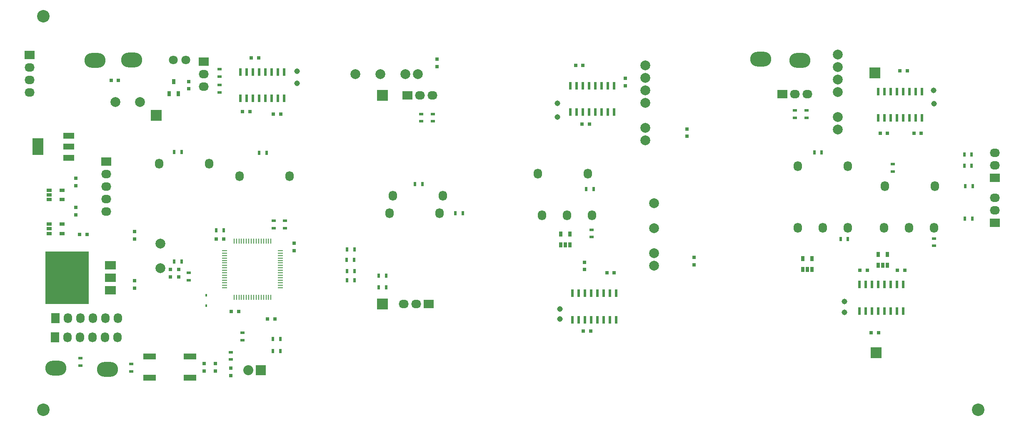
<source format=gbr>
G04 #@! TF.FileFunction,Soldermask,Top*
%FSLAX46Y46*%
G04 Gerber Fmt 4.6, Leading zero omitted, Abs format (unit mm)*
G04 Created by KiCad (PCBNEW 4.0.1-stable) date 12/11/2016 23:12:02*
%MOMM*%
G01*
G04 APERTURE LIST*
%ADD10C,0.100000*%
%ADD11C,2.000000*%
%ADD12R,0.500000X0.900000*%
%ADD13R,0.600000X1.500000*%
%ADD14R,0.700000X1.000000*%
%ADD15R,0.800000X0.750000*%
%ADD16R,0.900000X0.500000*%
%ADD17R,0.750000X0.800000*%
%ADD18R,0.797560X0.797560*%
%ADD19R,0.450000X0.590000*%
%ADD20O,4.300000X3.000000*%
%ADD21R,1.727200X2.032000*%
%ADD22O,1.727200X2.032000*%
%ADD23R,0.650000X1.060000*%
%ADD24R,8.890000X10.668000*%
%ADD25R,2.286000X1.778000*%
%ADD26R,1.000000X0.250000*%
%ADD27R,0.250000X1.000000*%
%ADD28R,2.032000X2.032000*%
%ADD29O,2.032000X2.032000*%
%ADD30C,1.143000*%
%ADD31R,2.235200X2.235200*%
%ADD32R,2.032000X1.727200*%
%ADD33O,2.032000X1.727200*%
%ADD34C,1.800000*%
%ADD35R,2.200000X1.200000*%
%ADD36R,2.200000X3.500000*%
%ADD37R,2.540000X1.270000*%
%ADD38R,1.100000X0.660000*%
%ADD39C,2.540000*%
G04 APERTURE END LIST*
D10*
D11*
X166492000Y61919000D03*
X166492000Y64459000D03*
X166492000Y69539000D03*
X166492000Y74619000D03*
X166492000Y72079000D03*
X166492000Y77159000D03*
D12*
X116828000Y49871800D03*
X115328000Y49871800D03*
D13*
X112058200Y65471000D03*
X113328200Y65471000D03*
X114598200Y65471000D03*
X115868200Y65471000D03*
X117138200Y65471000D03*
X118408200Y65471000D03*
X119678200Y65471000D03*
X120948200Y65471000D03*
X120948200Y70871000D03*
X119678200Y70871000D03*
X118408200Y70871000D03*
X117138200Y70871000D03*
X115868200Y70871000D03*
X114598200Y70871000D03*
X113328200Y70871000D03*
X112058200Y70871000D03*
D14*
X30564000Y69271000D03*
X32464000Y69271000D03*
X31514000Y71671000D03*
D13*
X53959000Y73671000D03*
X52689000Y73671000D03*
X51419000Y73671000D03*
X50149000Y73671000D03*
X48879000Y73671000D03*
X47609000Y73671000D03*
X46339000Y73671000D03*
X45069000Y73671000D03*
X45069000Y68271000D03*
X46339000Y68271000D03*
X47609000Y68271000D03*
X48879000Y68271000D03*
X50149000Y68271000D03*
X51419000Y68271000D03*
X52689000Y68271000D03*
X53959000Y68271000D03*
D15*
X20264000Y71971000D03*
X18764000Y71971000D03*
D11*
X28764000Y38721000D03*
X28764000Y33721000D03*
D16*
X34514000Y32821000D03*
X34514000Y31321000D03*
D11*
X129133600Y34276200D03*
X129133600Y36816200D03*
X129133600Y41896200D03*
X129133600Y46976200D03*
D17*
X30814000Y33471000D03*
X30814000Y31971000D03*
X32514000Y33471000D03*
X32514000Y31971000D03*
D15*
X45478000Y65569000D03*
X46978000Y65569000D03*
D17*
X137210800Y35940600D03*
X137210800Y34440600D03*
X85014000Y76221000D03*
X85014000Y74721000D03*
X135839200Y62051800D03*
X135839200Y60551800D03*
D15*
X173240000Y20611000D03*
X174740000Y20611000D03*
X114653200Y74971000D03*
X113153200Y74971000D03*
X172454000Y33311000D03*
X170954000Y33311000D03*
X180074000Y33311000D03*
X178574000Y33311000D03*
X181920000Y61151000D03*
X183420000Y61151000D03*
D17*
X23494000Y39691000D03*
X23494000Y41191000D03*
X23514000Y29721000D03*
X23514000Y31221000D03*
X34514000Y70221000D03*
X34514000Y71721000D03*
D18*
X43114000Y11921700D03*
X43114000Y13420300D03*
D19*
X38100000Y26160000D03*
X38100000Y28270000D03*
D20*
X15494000Y75983000D03*
X158764000Y75971000D03*
D21*
X7360600Y19699200D03*
D22*
X9900600Y19699200D03*
X12440600Y19699200D03*
X14980600Y19699200D03*
X17520600Y19699200D03*
X20060600Y19699200D03*
D20*
X7514000Y13471000D03*
X18014000Y13221000D03*
D21*
X7411400Y23610800D03*
D22*
X9951400Y23610800D03*
X12491400Y23610800D03*
X15031400Y23610800D03*
X17571400Y23610800D03*
X20111400Y23610800D03*
D12*
X66664000Y35471000D03*
X68164000Y35471000D03*
X66714000Y37571000D03*
X68214000Y37571000D03*
X66714000Y33171000D03*
X68214000Y33171000D03*
X66714000Y31321000D03*
X68214000Y31321000D03*
D16*
X12514000Y15471000D03*
X12514000Y13971000D03*
X22865080Y14294720D03*
X22865080Y12794720D03*
D12*
X41664000Y41471000D03*
X40164000Y41471000D03*
D16*
X43114000Y16671000D03*
X43114000Y15171000D03*
D12*
X33064000Y57371000D03*
X31564000Y57371000D03*
D16*
X45466000Y19099000D03*
X45466000Y20599000D03*
D12*
X90259600Y44944200D03*
X88759600Y44944200D03*
X80530000Y50837000D03*
X82030000Y50837000D03*
X168503600Y39661000D03*
X167003600Y39661000D03*
X163174000Y57251000D03*
X161674000Y57251000D03*
D16*
X186029600Y38301400D03*
X186029600Y39801400D03*
D12*
X51664000Y16871000D03*
X53164000Y16871000D03*
X51664000Y19371000D03*
X53164000Y19371000D03*
D11*
X127355600Y59751000D03*
X127355600Y62291000D03*
X127355600Y67371000D03*
X127355600Y72451000D03*
X127355600Y69911000D03*
X127355600Y74991000D03*
D13*
X112551800Y23264600D03*
X113821800Y23264600D03*
X115091800Y23264600D03*
X116361800Y23264600D03*
X117631800Y23264600D03*
X118901800Y23264600D03*
X120171800Y23264600D03*
X121441800Y23264600D03*
X121441800Y28664600D03*
X120171800Y28664600D03*
X118901800Y28664600D03*
X117631800Y28664600D03*
X116361800Y28664600D03*
X115091800Y28664600D03*
X113821800Y28664600D03*
X112551800Y28664600D03*
X170815000Y25023000D03*
X172085000Y25023000D03*
X173355000Y25023000D03*
X174625000Y25023000D03*
X175895000Y25023000D03*
X177165000Y25023000D03*
X178435000Y25023000D03*
X179705000Y25023000D03*
X179705000Y30423000D03*
X178435000Y30423000D03*
X177165000Y30423000D03*
X175895000Y30423000D03*
X174625000Y30423000D03*
X173355000Y30423000D03*
X172085000Y30423000D03*
X170815000Y30423000D03*
D23*
X110149600Y38510200D03*
X111099600Y38510200D03*
X112049600Y38510200D03*
X112049600Y40710200D03*
X110149600Y40710200D03*
D24*
X9849800Y31815000D03*
D25*
X18612800Y31815000D03*
X18612800Y29275000D03*
X18612800Y34355000D03*
D13*
X183559000Y69693000D03*
X182289000Y69693000D03*
X181019000Y69693000D03*
X179749000Y69693000D03*
X178479000Y69693000D03*
X177209000Y69693000D03*
X175939000Y69693000D03*
X174669000Y69693000D03*
X174669000Y64293000D03*
X175939000Y64293000D03*
X177209000Y64293000D03*
X178479000Y64293000D03*
X179749000Y64293000D03*
X181019000Y64293000D03*
X182289000Y64293000D03*
X183559000Y64293000D03*
D23*
X174664000Y34371000D03*
X175614000Y34371000D03*
X176564000Y34371000D03*
X176564000Y36571000D03*
X174664000Y36571000D03*
X159324000Y33481000D03*
X160274000Y33481000D03*
X161224000Y33481000D03*
X161224000Y35681000D03*
X159324000Y35681000D03*
D26*
X41798000Y37315000D03*
X41798000Y36815000D03*
X41798000Y36315000D03*
X41798000Y35815000D03*
X41798000Y35315000D03*
X41798000Y34815000D03*
X41798000Y34315000D03*
X41798000Y33815000D03*
X41798000Y33315000D03*
X41798000Y32815000D03*
X41798000Y32315000D03*
X41798000Y31815000D03*
X41798000Y31315000D03*
X41798000Y30815000D03*
X41798000Y30315000D03*
X41798000Y29815000D03*
D27*
X43748000Y27865000D03*
X44248000Y27865000D03*
X44748000Y27865000D03*
X45248000Y27865000D03*
X45748000Y27865000D03*
X46248000Y27865000D03*
X46748000Y27865000D03*
X47248000Y27865000D03*
X47748000Y27865000D03*
X48248000Y27865000D03*
X48748000Y27865000D03*
X49248000Y27865000D03*
X49748000Y27865000D03*
X50248000Y27865000D03*
X50748000Y27865000D03*
X51248000Y27865000D03*
D26*
X53198000Y29815000D03*
X53198000Y30315000D03*
X53198000Y30815000D03*
X53198000Y31315000D03*
X53198000Y31815000D03*
X53198000Y32315000D03*
X53198000Y32815000D03*
X53198000Y33315000D03*
X53198000Y33815000D03*
X53198000Y34315000D03*
X53198000Y34815000D03*
X53198000Y35315000D03*
X53198000Y35815000D03*
X53198000Y36315000D03*
X53198000Y36815000D03*
X53198000Y37315000D03*
D27*
X51248000Y39265000D03*
X50748000Y39265000D03*
X50248000Y39265000D03*
X49748000Y39265000D03*
X49248000Y39265000D03*
X48748000Y39265000D03*
X48248000Y39265000D03*
X47748000Y39265000D03*
X47248000Y39265000D03*
X46748000Y39265000D03*
X46248000Y39265000D03*
X45748000Y39265000D03*
X45248000Y39265000D03*
X44748000Y39265000D03*
X44248000Y39265000D03*
X43748000Y39265000D03*
D15*
X43192000Y24929000D03*
X44692000Y24929000D03*
X40132000Y39661000D03*
X41632000Y39661000D03*
X50564600Y23407600D03*
X52064600Y23407600D03*
D17*
X55976200Y38825400D03*
X55976200Y37325400D03*
D15*
X114746800Y20964600D03*
X116246800Y20964600D03*
X115953200Y63071000D03*
X114453200Y63071000D03*
X47264000Y76471000D03*
X48764000Y76471000D03*
D17*
X39992300Y14350600D03*
X39992300Y12850600D03*
X37673280Y14350600D03*
X37673280Y12850600D03*
D15*
X121005600Y32803000D03*
X119505600Y32803000D03*
D17*
X115011200Y33475400D03*
X115011200Y34975400D03*
X123240800Y70876200D03*
X123240800Y72376200D03*
D15*
X175062000Y61151000D03*
X176562000Y61151000D03*
X180564000Y73871000D03*
X179064000Y73871000D03*
D20*
X22914000Y76071000D03*
X150764000Y76221000D03*
D28*
X49164000Y13021000D03*
D29*
X46624000Y13021000D03*
D12*
X48864000Y57171000D03*
X50364000Y57171000D03*
D16*
X116433600Y40079400D03*
X116433600Y41579400D03*
X177614000Y54901000D03*
X177614000Y53401000D03*
D11*
X81134000Y73201000D03*
X78594000Y73201000D03*
X73514000Y73201000D03*
X68434000Y73201000D03*
D30*
X56514000Y71371000D03*
X56514000Y73771000D03*
D31*
X73914000Y68871000D03*
X73914000Y26453000D03*
D30*
X109474000Y67245400D03*
X109996800Y25464600D03*
X109503200Y64451400D03*
X109996800Y23464600D03*
D32*
X83312000Y26453000D03*
D33*
X80772000Y26453000D03*
X78232000Y26453000D03*
D32*
X78994000Y68871000D03*
D33*
X81534000Y68871000D03*
X84074000Y68871000D03*
D30*
X167814000Y26971000D03*
X167814000Y24771000D03*
D32*
X155194000Y69125000D03*
D33*
X157734000Y69125000D03*
X160274000Y69125000D03*
D30*
X186014000Y67171000D03*
X185928000Y69887000D03*
D32*
X37592000Y75729000D03*
D33*
X37592000Y73189000D03*
X37592000Y70649000D03*
D32*
X198374000Y42963000D03*
D33*
X198374000Y45503000D03*
X198374000Y48043000D03*
D31*
X174244000Y16547000D03*
D32*
X198374000Y52107000D03*
D33*
X198374000Y54647000D03*
X198374000Y57187000D03*
D31*
X173990000Y73443000D03*
X27940000Y64807000D03*
D12*
X31614000Y35121000D03*
X33114000Y35121000D03*
D34*
X31414000Y76071000D03*
X33914000Y76071000D03*
D22*
X55014000Y52471000D03*
X44854000Y52471000D03*
X28514000Y54971000D03*
X38674000Y54971000D03*
X76014000Y48471000D03*
X86174000Y48471000D03*
X85514000Y44971000D03*
X75354000Y44971000D03*
X105514000Y52971000D03*
X115674000Y52971000D03*
X116514000Y44471000D03*
X111434000Y44471000D03*
X106354000Y44471000D03*
X158354000Y54471000D03*
X168514000Y54471000D03*
X168514000Y41971000D03*
X163434000Y41971000D03*
X158354000Y41971000D03*
X176014000Y50471000D03*
X186174000Y50471000D03*
X186014000Y41971000D03*
X180934000Y41971000D03*
X175854000Y41971000D03*
D15*
X51714000Y65071000D03*
X53214000Y65071000D03*
D17*
X11634000Y50521000D03*
X11634000Y52021000D03*
D16*
X81814000Y63621000D03*
X81814000Y65121000D03*
X84114000Y63621000D03*
X84114000Y65121000D03*
D12*
X74664000Y29871000D03*
X73164000Y29871000D03*
X74664000Y32271000D03*
X73164000Y32271000D03*
D16*
X157714000Y64321000D03*
X157714000Y65821000D03*
X160114000Y64321000D03*
X160114000Y65821000D03*
D12*
X192274000Y43801000D03*
X193774000Y43801000D03*
X192364000Y50471000D03*
X193864000Y50471000D03*
D16*
X40814000Y71021000D03*
X40814000Y69521000D03*
X40814000Y72721000D03*
X40814000Y74221000D03*
D12*
X192164000Y54571000D03*
X193664000Y54571000D03*
X193664000Y56871000D03*
X192164000Y56871000D03*
D16*
X54114000Y43421000D03*
X54114000Y41921000D03*
X51814000Y43421000D03*
X51814000Y41921000D03*
D35*
X10114000Y56171000D03*
X10114000Y58471000D03*
X10114000Y60671000D03*
D36*
X3914000Y58471000D03*
D37*
X26540000Y11471000D03*
X34798000Y11471000D03*
X26540000Y15789000D03*
X34798000Y15789000D03*
D17*
X11614000Y46121000D03*
X11614000Y44621000D03*
D15*
X12364000Y40631000D03*
X13864000Y40631000D03*
D38*
X6214000Y40821000D03*
X6214000Y41771000D03*
X6214000Y42721000D03*
X8814000Y42721000D03*
X8814000Y40821000D03*
X6214000Y47721000D03*
X6214000Y48671000D03*
X6214000Y49621000D03*
X8814000Y49621000D03*
X8814000Y47721000D03*
D32*
X17764000Y55471000D03*
D33*
X17764000Y52931000D03*
X17764000Y50391000D03*
X17764000Y47851000D03*
X17764000Y45311000D03*
D11*
X19644000Y67531000D03*
X24644000Y67531000D03*
D32*
X2159000Y77126000D03*
D33*
X2159000Y74586000D03*
X2159000Y72046000D03*
X2159000Y69506000D03*
D39*
X5000000Y5000000D03*
X5000000Y85000000D03*
X195000000Y5000000D03*
M02*

</source>
